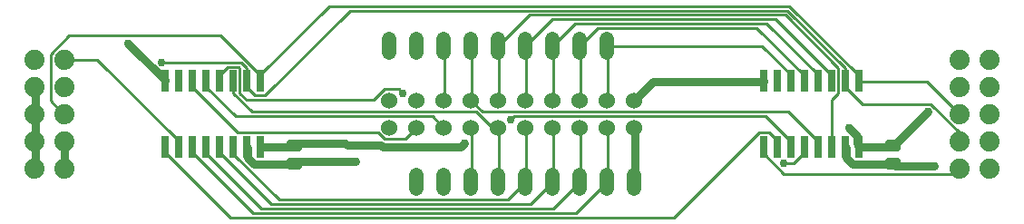
<source format=gbr>
G04 EAGLE Gerber RS-274X export*
G75*
%MOMM*%
%FSLAX34Y34*%
%LPD*%
%INTop Copper*%
%IPPOS*%
%AMOC8*
5,1,8,0,0,1.08239X$1,22.5*%
G01*
%ADD10C,0.504000*%
%ADD11R,0.660400X2.032000*%
%ADD12C,1.530000*%
%ADD13C,1.879600*%
%ADD14C,1.320800*%
%ADD15C,0.762000*%
%ADD16C,0.756400*%
%ADD17C,0.254000*%


D10*
X309180Y125430D02*
X309180Y119970D01*
X300420Y119970D01*
X300420Y125430D01*
X309180Y125430D01*
X309180Y124758D02*
X300420Y124758D01*
X300420Y108630D02*
X300420Y103170D01*
X300420Y108630D02*
X309180Y108630D01*
X309180Y103170D01*
X300420Y103170D01*
X300420Y107958D02*
X309180Y107958D01*
X867980Y119970D02*
X867980Y125430D01*
X867980Y119970D02*
X859220Y119970D01*
X859220Y125430D01*
X867980Y125430D01*
X867980Y124758D02*
X859220Y124758D01*
X859220Y108630D02*
X859220Y103170D01*
X859220Y108630D02*
X867980Y108630D01*
X867980Y103170D01*
X859220Y103170D01*
X859220Y107958D02*
X867980Y107958D01*
D11*
X273050Y183134D03*
X273050Y121666D03*
X260350Y183134D03*
X247650Y183134D03*
X260350Y121666D03*
X247650Y121666D03*
X234950Y183134D03*
X234950Y121666D03*
X222250Y183134D03*
X222250Y121666D03*
X209550Y183134D03*
X196850Y183134D03*
X209550Y121666D03*
X196850Y121666D03*
X184150Y183134D03*
X184150Y121666D03*
X831850Y183134D03*
X831850Y121666D03*
X819150Y183134D03*
X806450Y183134D03*
X819150Y121666D03*
X806450Y121666D03*
X793750Y183134D03*
X793750Y121666D03*
X781050Y183134D03*
X781050Y121666D03*
X768350Y183134D03*
X755650Y183134D03*
X768350Y121666D03*
X755650Y121666D03*
X742950Y183134D03*
X742950Y121666D03*
D12*
X393700Y139700D03*
X393700Y165100D03*
X419100Y139700D03*
X419100Y165100D03*
X444500Y139700D03*
X444500Y165100D03*
X469900Y139700D03*
X469900Y165100D03*
X495300Y139700D03*
X495300Y165100D03*
X520700Y139700D03*
X520700Y165100D03*
X546100Y139700D03*
X546100Y165100D03*
X571500Y139700D03*
X571500Y165100D03*
X596900Y139700D03*
X596900Y165100D03*
X622300Y139700D03*
X622300Y165100D03*
D13*
X62230Y203200D03*
X90170Y203200D03*
X62230Y177800D03*
X90170Y177800D03*
X62230Y152400D03*
X90170Y152400D03*
X62230Y127000D03*
X90170Y127000D03*
X62230Y101600D03*
X90170Y101600D03*
X953770Y101600D03*
X925830Y101600D03*
X953770Y127000D03*
X925830Y127000D03*
X953770Y152400D03*
X925830Y152400D03*
X953770Y177800D03*
X925830Y177800D03*
X953770Y203200D03*
X925830Y203200D03*
D14*
X393700Y209296D02*
X393700Y222504D01*
X419100Y222504D02*
X419100Y209296D01*
X444500Y209296D02*
X444500Y222504D01*
X469900Y222504D02*
X469900Y209296D01*
X495300Y209296D02*
X495300Y222504D01*
X520700Y222504D02*
X520700Y209296D01*
X546100Y209296D02*
X546100Y222504D01*
X571500Y222504D02*
X571500Y209296D01*
X596900Y209296D02*
X596900Y222504D01*
X622300Y95504D02*
X622300Y82296D01*
X596900Y82296D02*
X596900Y95504D01*
X571500Y95504D02*
X571500Y82296D01*
X546100Y82296D02*
X546100Y95504D01*
X520700Y95504D02*
X520700Y82296D01*
X495300Y82296D02*
X495300Y95504D01*
X469900Y95504D02*
X469900Y82296D01*
X444500Y82296D02*
X444500Y95504D01*
X419100Y95504D02*
X419100Y82296D01*
D15*
X304800Y105664D02*
X267208Y105664D01*
X261112Y111760D01*
X261112Y120904D01*
X304800Y105900D02*
X304800Y105664D01*
X261112Y120904D02*
X260350Y121666D01*
X307848Y107696D02*
X361696Y107696D01*
X307848Y107696D02*
X304800Y105900D01*
X62992Y101600D02*
X62992Y127000D01*
X62992Y101600D02*
X62230Y101600D01*
X62230Y127000D02*
X62992Y127000D01*
X62992Y130048D02*
X62992Y152400D01*
X62230Y152400D01*
X62992Y130048D02*
X62230Y127000D01*
X62992Y155448D02*
X62992Y177800D01*
X62230Y177800D01*
X62992Y155448D02*
X62230Y152400D01*
X149352Y218440D02*
X183896Y183896D01*
X184150Y183134D01*
X640080Y182880D02*
X742696Y182880D01*
X640080Y182880D02*
X622300Y165100D01*
X742696Y182880D02*
X742950Y183134D01*
X826008Y105664D02*
X863600Y105664D01*
X826008Y105664D02*
X819912Y111760D01*
X819912Y120904D01*
X863600Y105900D02*
X863600Y105664D01*
X819912Y120904D02*
X819150Y121666D01*
X866648Y103632D02*
X902208Y103632D01*
X866648Y103632D02*
X863600Y105900D01*
D16*
X361696Y107696D03*
X149352Y218440D03*
X902208Y103632D03*
D15*
X90424Y101600D02*
X90424Y127000D01*
X90424Y101600D02*
X90170Y101600D01*
X90170Y127000D02*
X90424Y127000D01*
X273304Y121920D02*
X304800Y121920D01*
X304800Y122700D01*
X273304Y121920D02*
X273050Y121666D01*
X307848Y124968D02*
X351536Y124968D01*
X307848Y124968D02*
X304800Y122700D01*
X622808Y139192D02*
X622808Y89408D01*
X622300Y88900D01*
X622808Y139192D02*
X622300Y139700D01*
X832104Y121920D02*
X863600Y121920D01*
X863600Y122700D01*
X832104Y121920D02*
X831850Y121666D01*
X866648Y124968D02*
X896112Y154432D01*
X866648Y124968D02*
X863600Y122700D01*
X830072Y132080D02*
X822960Y139192D01*
X830072Y132080D02*
X830072Y124968D01*
X831850Y121666D01*
X386080Y122936D02*
X354584Y122936D01*
X386080Y122936D02*
X387096Y121920D01*
X460248Y121920D01*
X463296Y124968D01*
X354584Y122936D02*
X351536Y124968D01*
D16*
X351536Y124968D03*
X896112Y154432D03*
X822960Y139192D03*
X463296Y124968D03*
D17*
X819912Y176784D02*
X819912Y182880D01*
X819912Y176784D02*
X835152Y161544D01*
X899160Y161544D01*
X925576Y135128D01*
X925576Y127000D01*
X819912Y182880D02*
X819150Y183134D01*
X925576Y127000D02*
X925830Y127000D01*
X260096Y183896D02*
X260096Y195072D01*
X255016Y200152D01*
X180848Y200152D01*
X260096Y183896D02*
X260350Y183134D01*
X818896Y183896D02*
X818896Y195072D01*
X765048Y248920D01*
X356616Y248920D01*
X277368Y169672D01*
X268224Y169672D01*
X260096Y177800D01*
X260096Y181864D01*
X818896Y183896D02*
X819150Y183134D01*
X260350Y183134D02*
X260096Y181864D01*
D16*
X180848Y200152D03*
D17*
X184912Y120904D02*
X184912Y115824D01*
X244856Y55880D01*
X659384Y55880D01*
X738632Y135128D01*
X747776Y135128D01*
X754888Y128016D01*
X754888Y121920D01*
X184912Y120904D02*
X184150Y121666D01*
X754888Y121920D02*
X755650Y121666D01*
X196088Y121920D02*
X196088Y128016D01*
X120904Y203200D01*
X90170Y203200D01*
X196088Y121920D02*
X196850Y121666D01*
X743712Y120904D02*
X743712Y114808D01*
X762000Y96520D01*
X920496Y96520D01*
X925576Y101600D01*
X743712Y120904D02*
X742950Y121666D01*
X925576Y101600D02*
X925830Y101600D01*
X210312Y115824D02*
X210312Y120904D01*
X210312Y115824D02*
X266192Y59944D01*
X567944Y59944D01*
X596900Y88900D01*
X210312Y120904D02*
X209550Y121666D01*
X597408Y139192D02*
X597408Y89408D01*
X597408Y139192D02*
X596900Y139700D01*
X597408Y89408D02*
X596900Y88900D01*
X222504Y115824D02*
X222504Y120904D01*
X222504Y115824D02*
X274320Y64008D01*
X546608Y64008D01*
X571500Y88900D01*
X222504Y120904D02*
X222250Y121666D01*
X572008Y139192D02*
X572008Y89408D01*
X572008Y139192D02*
X571500Y139700D01*
X572008Y89408D02*
X571500Y88900D01*
X235712Y115824D02*
X235712Y120904D01*
X235712Y115824D02*
X283464Y68072D01*
X525272Y68072D01*
X546100Y88900D01*
X235712Y120904D02*
X234950Y121666D01*
X546608Y139192D02*
X546608Y89408D01*
X546608Y139192D02*
X546100Y139700D01*
X546608Y89408D02*
X546100Y88900D01*
X247904Y114808D02*
X247904Y120904D01*
X247904Y114808D02*
X290576Y72136D01*
X503936Y72136D01*
X520700Y88900D01*
X247904Y120904D02*
X247650Y121666D01*
X521208Y139192D02*
X521208Y89408D01*
X521208Y139192D02*
X520700Y139700D01*
X521208Y89408D02*
X520700Y88900D01*
X247904Y171704D02*
X247904Y182880D01*
X247904Y171704D02*
X265176Y154432D01*
X474472Y154432D01*
X488696Y140208D01*
X494792Y140208D01*
X247904Y182880D02*
X247650Y183134D01*
X494792Y140208D02*
X495300Y139700D01*
X495808Y139192D02*
X495808Y89408D01*
X495300Y88900D01*
X495808Y139192D02*
X495300Y139700D01*
X235712Y183896D02*
X235712Y188976D01*
X242824Y196088D01*
X252984Y196088D01*
X254000Y195072D01*
X254000Y171704D01*
X260096Y165608D01*
X378968Y165608D01*
X389128Y175768D01*
X402336Y175768D01*
X406400Y171704D01*
X235712Y183896D02*
X234950Y183134D01*
X470408Y139192D02*
X470408Y89408D01*
X470408Y139192D02*
X469900Y139700D01*
X470408Y89408D02*
X469900Y88900D01*
D16*
X406400Y171704D03*
D17*
X222504Y177800D02*
X222504Y182880D01*
X222504Y177800D02*
X249936Y150368D01*
X433832Y150368D01*
X444500Y139700D01*
X222504Y182880D02*
X222250Y183134D01*
X210312Y182880D02*
X210312Y176784D01*
X251968Y135128D01*
X383032Y135128D01*
X389128Y129032D01*
X408432Y129032D01*
X419100Y139700D01*
X210312Y182880D02*
X209550Y183134D01*
X768096Y127000D02*
X768096Y121920D01*
X768096Y127000D02*
X744728Y150368D01*
X510032Y150368D01*
X506984Y147320D01*
X768096Y121920D02*
X768350Y121666D01*
D16*
X506984Y147320D03*
D17*
X780288Y120904D02*
X780288Y115824D01*
X771144Y106680D01*
X762000Y106680D01*
X780288Y120904D02*
X781050Y121666D01*
X445008Y165608D02*
X445008Y215392D01*
X444500Y215900D01*
X445008Y165608D02*
X444500Y165100D01*
D16*
X762000Y106680D03*
D17*
X793496Y121920D02*
X793496Y127000D01*
X766064Y154432D01*
X480568Y154432D01*
X469900Y165100D01*
X793496Y121920D02*
X793750Y121666D01*
X470408Y165608D02*
X470408Y215392D01*
X469900Y215900D01*
X470408Y165608D02*
X469900Y165100D01*
X806704Y165608D02*
X806704Y121920D01*
X806704Y165608D02*
X812800Y171704D01*
X812800Y195072D01*
X763016Y244856D01*
X524256Y244856D01*
X495300Y215900D01*
X806450Y121666D02*
X806704Y121920D01*
X495808Y165608D02*
X495808Y215392D01*
X495808Y165608D02*
X495300Y165100D01*
X495808Y215392D02*
X495300Y215900D01*
X805688Y188976D02*
X805688Y183896D01*
X805688Y188976D02*
X753872Y240792D01*
X545592Y240792D01*
X520700Y215900D01*
X805688Y183896D02*
X806450Y183134D01*
X521208Y165608D02*
X521208Y215392D01*
X521208Y165608D02*
X520700Y165100D01*
X521208Y215392D02*
X520700Y215900D01*
X793496Y188976D02*
X793496Y183896D01*
X793496Y188976D02*
X745744Y236728D01*
X566928Y236728D01*
X546100Y215900D01*
X793496Y183896D02*
X793750Y183134D01*
X546608Y165608D02*
X546608Y215392D01*
X546608Y165608D02*
X546100Y165100D01*
X546608Y215392D02*
X546100Y215900D01*
X780288Y188976D02*
X780288Y183896D01*
X780288Y188976D02*
X736600Y232664D01*
X588264Y232664D01*
X571500Y215900D01*
X780288Y183896D02*
X781050Y183134D01*
X572008Y165608D02*
X572008Y215392D01*
X572008Y165608D02*
X571500Y165100D01*
X572008Y215392D02*
X571500Y215900D01*
X768096Y188976D02*
X768096Y183896D01*
X768096Y188976D02*
X741680Y215392D01*
X597408Y215392D01*
X768096Y183896D02*
X768350Y183134D01*
X597408Y215392D02*
X596900Y215900D01*
X597408Y214376D02*
X597408Y165608D01*
X596900Y165100D01*
X597408Y214376D02*
X596900Y215900D01*
X832104Y182880D02*
X895096Y182880D01*
X925576Y152400D01*
X832104Y182880D02*
X831850Y183134D01*
X925576Y152400D02*
X925830Y152400D01*
X272288Y183896D02*
X272288Y188976D01*
X235712Y225552D01*
X94488Y225552D01*
X77216Y208280D01*
X77216Y164592D01*
X89408Y152400D01*
X272288Y183896D02*
X273050Y183134D01*
X90170Y152400D02*
X89408Y152400D01*
X831088Y183896D02*
X831088Y188976D01*
X767080Y252984D01*
X337312Y252984D01*
X273304Y188976D01*
X831088Y183896D02*
X831850Y183134D01*
X273304Y188976D02*
X273050Y183134D01*
M02*

</source>
